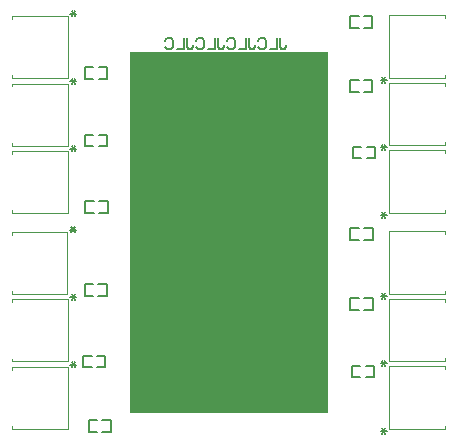
<source format=gbo>
G04 Layer: BottomSilkscreenLayer*
G04 EasyEDA v6.5.22, 2023-04-03 14:03:43*
G04 87db6ba2ad084763a29da5206ccfc978,3cec5f453c3247449836eb28e2eac2c3,10*
G04 Gerber Generator version 0.2*
G04 Scale: 100 percent, Rotated: No, Reflected: No *
G04 Dimensions in inches *
G04 leading zeros omitted , absolute positions ,3 integer and 6 decimal *
%FSLAX36Y36*%
%MOIN*%

%ADD10C,0.0060*%
%ADD11C,0.0059*%
%ADD12C,0.0047*%

%LPD*%
D10*
X921818Y1524863D02*
G01*
X921818Y1495772D01*
X923635Y1490318D01*
X925455Y1488499D01*
X929090Y1486682D01*
X932727Y1486682D01*
X936364Y1488499D01*
X938181Y1490318D01*
X940000Y1495772D01*
X940000Y1499409D01*
X909817Y1524863D02*
G01*
X909817Y1486682D01*
X909817Y1486682D02*
G01*
X888000Y1486682D01*
X848726Y1515772D02*
G01*
X850545Y1519409D01*
X854182Y1523045D01*
X857817Y1524863D01*
X865091Y1524863D01*
X868726Y1523045D01*
X872363Y1519409D01*
X874182Y1515772D01*
X876000Y1510318D01*
X876000Y1501226D01*
X874182Y1495772D01*
X872363Y1492136D01*
X868726Y1488499D01*
X865091Y1486682D01*
X857817Y1486682D01*
X854182Y1488499D01*
X850545Y1492136D01*
X848726Y1495772D01*
X818545Y1524863D02*
G01*
X818545Y1495772D01*
X820363Y1490318D01*
X822182Y1488499D01*
X825817Y1486682D01*
X829454Y1486682D01*
X833091Y1488499D01*
X834908Y1490318D01*
X836727Y1495772D01*
X836727Y1499409D01*
X806544Y1524863D02*
G01*
X806544Y1486682D01*
X806544Y1486682D02*
G01*
X784727Y1486682D01*
X745455Y1515772D02*
G01*
X747273Y1519409D01*
X750909Y1523045D01*
X754544Y1524863D01*
X761818Y1524863D01*
X765455Y1523045D01*
X769090Y1519409D01*
X770909Y1515772D01*
X772727Y1510318D01*
X772727Y1501226D01*
X770909Y1495772D01*
X769090Y1492136D01*
X765455Y1488499D01*
X761818Y1486682D01*
X754544Y1486682D01*
X750909Y1488499D01*
X747273Y1492136D01*
X745455Y1495772D01*
X715273Y1524863D02*
G01*
X715273Y1495772D01*
X717091Y1490318D01*
X718908Y1488499D01*
X722545Y1486682D01*
X726181Y1486682D01*
X729818Y1488499D01*
X731635Y1490318D01*
X733454Y1495772D01*
X733454Y1499409D01*
X703272Y1524863D02*
G01*
X703272Y1486682D01*
X703272Y1486682D02*
G01*
X681455Y1486682D01*
X642181Y1515772D02*
G01*
X644000Y1519409D01*
X647636Y1523045D01*
X651273Y1524863D01*
X658544Y1524863D01*
X662181Y1523045D01*
X665817Y1519409D01*
X667636Y1515772D01*
X669454Y1510318D01*
X669454Y1501226D01*
X667636Y1495772D01*
X665817Y1492136D01*
X662181Y1488499D01*
X658544Y1486682D01*
X651273Y1486682D01*
X647636Y1488499D01*
X644000Y1492136D01*
X642181Y1495772D01*
X611999Y1524863D02*
G01*
X611999Y1495772D01*
X613818Y1490318D01*
X615635Y1488499D01*
X619272Y1486682D01*
X622908Y1486682D01*
X626545Y1488499D01*
X628364Y1490318D01*
X630181Y1495772D01*
X630181Y1499409D01*
X600000Y1524863D02*
G01*
X600000Y1486682D01*
X600000Y1486682D02*
G01*
X578182Y1486682D01*
X538908Y1515772D02*
G01*
X540727Y1519409D01*
X544364Y1523045D01*
X548000Y1524863D01*
X555273Y1524863D01*
X558908Y1523045D01*
X562545Y1519409D01*
X564364Y1515772D01*
X566181Y1510318D01*
X566181Y1501226D01*
X564364Y1495772D01*
X562545Y1492136D01*
X558908Y1488499D01*
X555273Y1486682D01*
X548000Y1486682D01*
X544364Y1488499D01*
X540727Y1492136D01*
X538908Y1495772D01*
D11*
X1278000Y934949D02*
G01*
X1256499Y934949D01*
X1272600Y926050D02*
G01*
X1261899Y943850D01*
X1272600Y943850D02*
G01*
X1261899Y926050D01*
X1278000Y934949D02*
G01*
X1256499Y934949D01*
X1272600Y926050D02*
G01*
X1261899Y943850D01*
X1272600Y943850D02*
G01*
X1261899Y926050D01*
X1278000Y1159949D02*
G01*
X1256499Y1159949D01*
X1272600Y1151050D02*
G01*
X1261899Y1168850D01*
X1272600Y1168850D02*
G01*
X1261899Y1151050D01*
X1278000Y1159949D02*
G01*
X1256499Y1159949D01*
X1272600Y1151050D02*
G01*
X1261899Y1168850D01*
X1272600Y1168850D02*
G01*
X1261899Y1151050D01*
X1278000Y1384949D02*
G01*
X1256499Y1384949D01*
X1272600Y1376050D02*
G01*
X1261899Y1393850D01*
X1272600Y1393850D02*
G01*
X1261899Y1376050D01*
X1278000Y1384949D02*
G01*
X1256499Y1384949D01*
X1272600Y1376050D02*
G01*
X1261899Y1393850D01*
X1272600Y1393850D02*
G01*
X1261899Y1376050D01*
X1278000Y214949D02*
G01*
X1256499Y214949D01*
X1272600Y206050D02*
G01*
X1261899Y223850D01*
X1272600Y223850D02*
G01*
X1261899Y206050D01*
X1278000Y214949D02*
G01*
X1256499Y214949D01*
X1272600Y206050D02*
G01*
X1261899Y223850D01*
X1272600Y223850D02*
G01*
X1261899Y206050D01*
X1278000Y440450D02*
G01*
X1256499Y440450D01*
X1272600Y431550D02*
G01*
X1261899Y449349D01*
X1272600Y449349D02*
G01*
X1261899Y431550D01*
X1278000Y440450D02*
G01*
X1256499Y440450D01*
X1272600Y431550D02*
G01*
X1261899Y449349D01*
X1272600Y449349D02*
G01*
X1261899Y431550D01*
X1278000Y664949D02*
G01*
X1256499Y664949D01*
X1272600Y656050D02*
G01*
X1261899Y673850D01*
X1272600Y673850D02*
G01*
X1261899Y656050D01*
X1278000Y664949D02*
G01*
X1256499Y664949D01*
X1272600Y656050D02*
G01*
X1261899Y673850D01*
X1272600Y673850D02*
G01*
X1261899Y656050D01*
X220999Y1155050D02*
G01*
X242500Y1155050D01*
X226399Y1163949D02*
G01*
X237100Y1146149D01*
X226399Y1146149D02*
G01*
X237100Y1163949D01*
X220999Y1155050D02*
G01*
X242500Y1155050D01*
X226399Y1163949D02*
G01*
X237100Y1146149D01*
X226399Y1146149D02*
G01*
X237100Y1163949D01*
X220999Y1380050D02*
G01*
X242500Y1380050D01*
X226399Y1388949D02*
G01*
X237100Y1371149D01*
X226399Y1371149D02*
G01*
X237100Y1388949D01*
X220999Y1380050D02*
G01*
X242500Y1380050D01*
X226399Y1388949D02*
G01*
X237100Y1371149D01*
X226399Y1371149D02*
G01*
X237100Y1388949D01*
X220999Y1605050D02*
G01*
X242500Y1605050D01*
X226399Y1613949D02*
G01*
X237100Y1596149D01*
X226399Y1596149D02*
G01*
X237100Y1613949D01*
X220999Y1605050D02*
G01*
X242500Y1605050D01*
X226399Y1613949D02*
G01*
X237100Y1596149D01*
X226399Y1596149D02*
G01*
X237100Y1613949D01*
X220999Y436050D02*
G01*
X242500Y436050D01*
X226399Y444949D02*
G01*
X237100Y427150D01*
X226399Y427150D02*
G01*
X237100Y444949D01*
X220999Y436050D02*
G01*
X242500Y436050D01*
X226399Y444949D02*
G01*
X237100Y427150D01*
X226399Y427150D02*
G01*
X237100Y444949D01*
X220999Y661050D02*
G01*
X242500Y661050D01*
X226399Y669949D02*
G01*
X237100Y652150D01*
X226399Y652150D02*
G01*
X237100Y669949D01*
X220999Y661050D02*
G01*
X242500Y661050D01*
X226399Y669949D02*
G01*
X237100Y652150D01*
X226399Y652150D02*
G01*
X237100Y669949D01*
X220500Y885549D02*
G01*
X241999Y885549D01*
X225900Y894450D02*
G01*
X236599Y876649D01*
X225900Y876649D02*
G01*
X236599Y894450D01*
X220500Y885549D02*
G01*
X241999Y885549D01*
X225900Y894450D02*
G01*
X236599Y876649D01*
X225900Y876649D02*
G01*
X236599Y894450D01*
G36*
X420500Y1476500D02*
G01*
X421000Y275500D01*
X1082000Y275500D01*
X1082000Y1476500D01*
G37*
D12*
X1471999Y951900D02*
G01*
X1471999Y942500D01*
X1286000Y942500D01*
X1286000Y1149499D01*
X1471999Y1149499D01*
X1471999Y1140100D01*
X1471999Y1176900D02*
G01*
X1471999Y1167500D01*
X1286000Y1167500D01*
X1286000Y1374499D01*
X1471999Y1374499D01*
X1471999Y1365100D01*
X1471999Y1401900D02*
G01*
X1471999Y1392500D01*
X1286000Y1392500D01*
X1286000Y1599499D01*
X1471999Y1599499D01*
X1471999Y1590100D01*
X1471999Y231900D02*
G01*
X1471999Y222500D01*
X1286000Y222500D01*
X1286000Y429499D01*
X1471999Y429499D01*
X1471999Y420100D01*
X1471999Y457399D02*
G01*
X1471999Y448000D01*
X1286000Y448000D01*
X1286000Y655000D01*
X1471999Y655000D01*
X1471999Y645599D01*
X1471999Y681900D02*
G01*
X1471999Y672500D01*
X1286000Y672500D01*
X1286000Y879499D01*
X1471999Y879499D01*
X1471999Y870100D01*
X26999Y1138099D02*
G01*
X26999Y1147500D01*
X213000Y1147500D01*
X213000Y940500D01*
X26999Y940500D01*
X26999Y949899D01*
X26999Y1363099D02*
G01*
X26999Y1372500D01*
X213000Y1372500D01*
X213000Y1165500D01*
X26999Y1165500D01*
X26999Y1174899D01*
X26999Y1588099D02*
G01*
X26999Y1597500D01*
X213000Y1597500D01*
X213000Y1390500D01*
X26999Y1390500D01*
X26999Y1399899D01*
X26999Y419099D02*
G01*
X26999Y428499D01*
X213000Y428499D01*
X213000Y221500D01*
X26999Y221500D01*
X26999Y230900D01*
X26999Y644099D02*
G01*
X26999Y653499D01*
X213000Y653499D01*
X213000Y446500D01*
X26999Y446500D01*
X26999Y455900D01*
X26500Y868600D02*
G01*
X26500Y878000D01*
X212500Y878000D01*
X212500Y670999D01*
X26500Y670999D01*
X26500Y680399D01*
D10*
X1206905Y432130D02*
G01*
X1235174Y432130D01*
X1235174Y392869D01*
X1206905Y392869D01*
X1189093Y432130D02*
G01*
X1160825Y432130D01*
X1160825Y392869D01*
X1189093Y392869D01*
X1201905Y656630D02*
G01*
X1230174Y656630D01*
X1230174Y617370D01*
X1201905Y617370D01*
X1184093Y656630D02*
G01*
X1155825Y656630D01*
X1155825Y617370D01*
X1184093Y617370D01*
X1201905Y891630D02*
G01*
X1230174Y891630D01*
X1230174Y852370D01*
X1201905Y852370D01*
X1184093Y891630D02*
G01*
X1155825Y891630D01*
X1155825Y852370D01*
X1184093Y852370D01*
X300594Y941869D02*
G01*
X272325Y941869D01*
X272325Y981129D01*
X300594Y981129D01*
X318405Y941869D02*
G01*
X346675Y941869D01*
X346675Y981129D01*
X318405Y981129D01*
X298593Y1163370D02*
G01*
X270324Y1163370D01*
X270324Y1202629D01*
X298593Y1202629D01*
X316406Y1163370D02*
G01*
X344675Y1163370D01*
X344675Y1202629D01*
X316406Y1202629D01*
X299094Y1386869D02*
G01*
X270824Y1386869D01*
X270824Y1426129D01*
X299094Y1426129D01*
X316905Y1386869D02*
G01*
X345174Y1386869D01*
X345174Y1426129D01*
X316905Y1426129D01*
X311594Y211869D02*
G01*
X283324Y211869D01*
X283324Y251129D01*
X311594Y251129D01*
X329405Y211869D02*
G01*
X357674Y211869D01*
X357674Y251129D01*
X329405Y251129D01*
X293094Y426370D02*
G01*
X264825Y426370D01*
X264825Y465630D01*
X293094Y465630D01*
X310905Y426370D02*
G01*
X339175Y426370D01*
X339175Y465630D01*
X310905Y465630D01*
X298094Y664369D02*
G01*
X269825Y664369D01*
X269825Y703629D01*
X298094Y703629D01*
X315905Y664369D02*
G01*
X344175Y664369D01*
X344175Y703629D01*
X315905Y703629D01*
X1192093Y1162629D02*
G01*
X1163824Y1162629D01*
X1163824Y1123370D01*
X1192093Y1123370D01*
X1209906Y1162629D02*
G01*
X1238175Y1162629D01*
X1238175Y1123370D01*
X1209906Y1123370D01*
X1183094Y1383629D02*
G01*
X1154825Y1383629D01*
X1154825Y1344369D01*
X1183094Y1344369D01*
X1200906Y1383629D02*
G01*
X1229174Y1383629D01*
X1229174Y1344369D01*
X1200906Y1344369D01*
X1183094Y1597130D02*
G01*
X1154825Y1597130D01*
X1154825Y1557869D01*
X1183094Y1557869D01*
X1200906Y1597130D02*
G01*
X1229174Y1597130D01*
X1229174Y1557869D01*
X1200906Y1557869D01*
M02*

</source>
